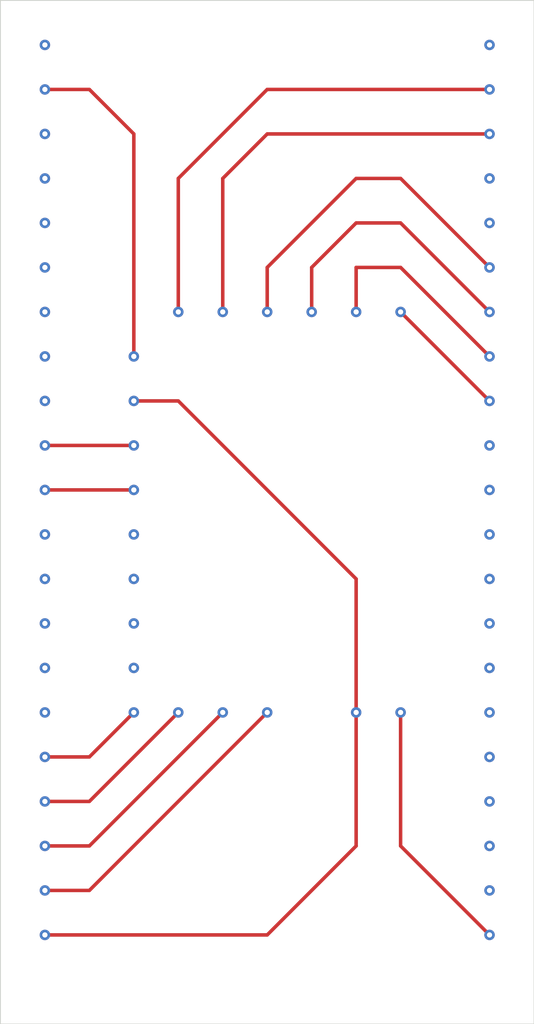
<source format=kicad_pcb>
(kicad_pcb
	(version 20240108)
	(generator "pcbnew")
	(generator_version "8.0")
	(general
		(thickness 1.6)
		(legacy_teardrops no)
	)
	(paper "A4")
	(layers
		(0 "F.Cu" signal)
		(31 "B.Cu" signal)
		(32 "B.Adhes" user "B.Adhesive")
		(33 "F.Adhes" user "F.Adhesive")
		(34 "B.Paste" user)
		(35 "F.Paste" user)
		(36 "B.SilkS" user "B.Silkscreen")
		(37 "F.SilkS" user "F.Silkscreen")
		(38 "B.Mask" user)
		(39 "F.Mask" user)
		(40 "Dwgs.User" user "User.Drawings")
		(41 "Cmts.User" user "User.Comments")
		(42 "Eco1.User" user "User.Eco1")
		(43 "Eco2.User" user "User.Eco2")
		(44 "Edge.Cuts" user)
		(45 "Margin" user)
		(46 "B.CrtYd" user "B.Courtyard")
		(47 "F.CrtYd" user "F.Courtyard")
		(48 "B.Fab" user)
		(49 "F.Fab" user)
		(50 "User.1" user)
		(51 "User.2" user)
		(52 "User.3" user)
		(53 "User.4" user)
		(54 "User.5" user)
		(55 "User.6" user)
		(56 "User.7" user)
		(57 "User.8" user)
		(58 "User.9" user)
	)
	(setup
		(pad_to_mask_clearance 0)
		(allow_soldermask_bridges_in_footprints no)
		(pcbplotparams
			(layerselection 0x00010fc_ffffffff)
			(plot_on_all_layers_selection 0x0000000_00000000)
			(disableapertmacros no)
			(usegerberextensions no)
			(usegerberattributes yes)
			(usegerberadvancedattributes yes)
			(creategerberjobfile yes)
			(dashed_line_dash_ratio 12.000000)
			(dashed_line_gap_ratio 3.000000)
			(svgprecision 4)
			(plotframeref no)
			(viasonmask no)
			(mode 1)
			(useauxorigin no)
			(hpglpennumber 1)
			(hpglpenspeed 20)
			(hpglpendiameter 15.000000)
			(pdf_front_fp_property_popups yes)
			(pdf_back_fp_property_popups yes)
			(dxfpolygonmode yes)
			(dxfimperialunits yes)
			(dxfusepcbnewfont yes)
			(psnegative no)
			(psa4output no)
			(plotreference yes)
			(plotvalue yes)
			(plotfptext yes)
			(plotinvisibletext no)
			(sketchpadsonfab no)
			(subtractmaskfromsilk no)
			(outputformat 1)
			(mirror no)
			(drillshape 1)
			(scaleselection 1)
			(outputdirectory "")
		)
	)
	(net 0 "")
	(gr_line
		(start 101.6 53.34)
		(end 101.6 111.76)
		(stroke
			(width 0.05)
			(type default)
		)
		(layer "Edge.Cuts")
		(uuid "17d10420-e016-4dd3-94ae-e317550ebd26")
	)
	(gr_line
		(start 132.08 53.34)
		(end 101.6 53.34)
		(stroke
			(width 0.05)
			(type default)
		)
		(layer "Edge.Cuts")
		(uuid "793903e7-c333-4a61-9baa-717abdaaad3e")
	)
	(gr_line
		(start 132.08 111.76)
		(end 132.08 53.34)
		(stroke
			(width 0.05)
			(type default)
		)
		(layer "Edge.Cuts")
		(uuid "b7f75eb2-685c-41d6-86e4-bb3b29f4a888")
	)
	(gr_line
		(start 101.6 111.76)
		(end 132.08 111.76)
		(stroke
			(width 0.05)
			(type default)
		)
		(layer "Edge.Cuts")
		(uuid "ec43ef59-df3f-4c1e-94a9-224c26b157cd")
	)
	(gr_text "10"
		(at 104.14 99.06 0)
		(layer "F.Paste")
		(uuid "0cdc9610-35f4-4e38-b1eb-87bd43718d1e")
		(effects
			(font
				(size 1 1)
				(thickness 0.15)
			)
			(justify left bottom)
		)
	)
	(gr_text "4"
		(at 104.14 63.5 0)
		(layer "F.Paste")
		(uuid "145466b0-1d60-4dad-a897-155285aec72c")
		(effects
			(font
				(size 1 1)
				(thickness 0.15)
			)
			(justify left bottom)
		)
	)
	(gr_text "int"
		(at 109.22 91.44 0)
		(layer "F.Paste")
		(uuid "14d7de4d-da33-41f6-8197-a64a178988dd")
		(effects
			(font
				(size 1 1)
				(thickness 0.15)
			)
			(justify left bottom)
		)
	)
	(gr_text "39"
		(at 127 76.2 0)
		(layer "F.Paste")
		(uuid "14fbdcfb-a2ea-4e23-96cf-3e49bc6cda87")
		(effects
			(font
				(size 1 1)
				(thickness 0.15)
			)
			(justify left bottom)
		)
	)
	(gr_text "1"
		(at 127 58.42 0)
		(layer "F.Paste")
		(uuid "1518f541-e533-4558-b728-e70aabe3ed96")
		(effects
			(font
				(size 1 1)
				(thickness 0.15)
			)
			(justify left bottom)
		)
	)
	(gr_text "18"
		(at 104.14 81.28 0)
		(layer "F.Paste")
		(uuid "15df92ad-9b96-4410-acae-84967b2121d2")
		(effects
			(font
				(size 1 1)
				(thickness 0.15)
			)
			(justify left bottom)
		)
	)
	(gr_text "scl"
		(at 109.22 78.74 0)
		(layer "F.Paste")
		(uuid "164864c4-7921-4bf7-80fc-01c1b49f7008")
		(effects
			(font
				(size 1 1)
				(thickness 0.15)
			)
			(justify left bottom)
		)
	)
	(gr_text "add"
		(at 109.22 88.9 0)
		(layer "F.Paste")
		(uuid "16fe3015-d05b-43bd-b3aa-873410d14bed")
		(effects
			(font
				(size 1 1)
				(thickness 0.15)
			)
			(justify left bottom)
		)
	)
	(gr_text "16"
		(at 104.14 76.2 0)
		(layer "F.Paste")
		(uuid "238d66f5-46a3-421f-9100-476339f3a2db")
		(effects
			(font
				(size 1 1)
				(thickness 0.15)
			)
			(justify left bottom)
		)
	)
	(gr_text "3v3"
		(at 104.14 58.42 0)
		(layer "F.Paste")
		(uuid "26e8b91e-d774-4e19-b417-29616cf2abe9")
		(effects
			(font
				(size 1 1)
				(thickness 0.15)
			)
			(justify left bottom)
		)
	)
	(gr_text "5"
		(at 104.14 66.04 0)
		(layer "F.Paste")
		(uuid "3baa817b-d446-41b7-b1a0-a3c7b16bd8d5")
		(effects
			(font
				(size 1 1)
				(thickness 0.15)
			)
			(justify left bottom)
		)
	)
	(gr_text "35"
		(at 127 86.36 0)
		(layer "F.Paste")
		(uuid "3e337048-ab05-4c1b-a16a-6abb3eac938d")
		(effects
			(font
				(size 1 1)
				(thickness 0.15)
			)
			(justify left bottom)
		)
	)
	(gr_text "20"
		(at 104.14 88.9 0)
		(layer "F.Paste")
		(uuid "4f701cc4-07e4-4de9-b2b6-63ae7b25b539")
		(effects
			(font
				(size 1 1)
				(thickness 0.15)
			)
			(justify left bottom)
		)
	)
	(gr_text "8"
		(at 104.14 83.82 0)
		(layer "F.Paste")
		(uuid "57ea029d-29b4-4c97-bba9-6b583c7a0531")
		(effects
			(font
				(size 1 1)
				(thickness 0.15)
			)
			(justify left bottom)
		)
	)
	(gr_text "48"
		(at 127 93.98 0)
		(layer "F.Paste")
		(uuid "644ecf51-e7ca-44b8-9ed7-c89634e2f76d")
		(effects
			(font
				(size 1 1)
				(thickness 0.15)
			)
			(justify left bottom)
		)
	)
	(gr_text "0"
		(at 127 88.9 0)
		(layer "F.Paste")
		(uuid "659870b9-6051-4beb-a103-8dec8a7b0fc7")
		(effects
			(font
				(size 1 1)
				(thickness 0.15)
			)
			(justify left bottom)
		)
	)
	(gr_text "45"
		(at 127 91.44 0)
		(layer "F.Paste")
		(uuid "74995ce0-3bf6-471b-b76f-567719273a0e")
		(effects
			(font
				(size 1 1)
				(thickness 0.15)
			)
			(justify left bottom)
		)
	)
	(gr_text "38"
		(at 127 78.74 0)
		(layer "F.Paste")
		(uuid "74db38cf-60b6-4a90-9ea9-5a824211a28d")
		(effects
			(font
				(size 1 1)
				(thickness 0.15)
			)
			(justify left bottom)
		)
	)
	(gr_text "6"
		(at 104.14 68.58 0)
		(layer "F.Paste")
		(uuid "7550c522-b2a3-4012-ae38-b881f2a8640e")
		(effects
			(font
				(size 1 1)
				(thickness 0.15)
			)
			(justify left bottom)
		)
	)
	(gr_text "gnd"
		(at 127 55.88 0)
		(layer "F.Paste")
		(uuid "768963ed-c349-4287-8158-5a81357f8753")
		(effects
			(font
				(size 1 1)
				(thickness 0.15)
			)
			(justify left bottom)
		)
	)
	(gr_text "41"
		(at 127 71.12 0)
		(layer "F.Paste")
		(uuid "768defb2-d165-4256-bb67-6901c7571016")
		(effects
			(font
				(size 1 1)
				(thickness 0.15)
			)
			(justify left bottom)
		)
	)
	(gr_text "17"
		(at 104.14 78.74 0)
		(layer "F.Paste")
		(uuid "7cf346a2-d2bd-4aad-8346-7e7220cff89f")
		(effects
			(font
				(size 1 1)
				(thickness 0.15)
			)
			(justify left bottom)
		)
	)
	(gr_text "xcl"
		(at 109.22 86.36 0)
		(layer "F.Paste")
		(uuid "7e25dd63-e56f-4e5c-8ae4-0564c266ea8b")
		(effects
			(font
				(size 1 1)
				(thickness 0.15)
			)
			(justify left bottom)
		)
	)
	(gr_text "rst"
		(at 104.14 60.96 0)
		(layer "F.Paste")
		(uuid "7eb69749-0809-4266-a5b1-40157a62e5c1")
		(effects
			(font
				(size 1 1)
				(thickness 0.15)
			)
			(justify left bottom)
		)
	)
	(gr_text "xda"
		(at 109.22 83.82 0)
		(layer "F.Paste")
		(uuid "7f6ba255-b97d-43e5-ab8d-e143f044335f")
		(effects
			(font
				(size 1 1)
				(thickness 0.15)
			)
			(justify left bottom)
		)
	)
	(gr_text "rx"
		(at 127 66.04 0)
		(layer "F.Paste")
		(uuid "8417d13e-6e0d-4245-8c43-cde5f2ac0506")
		(effects
			(font
				(size 1 1)
				(thickness 0.15)
			)
			(justify left bottom)
		)
	)
	(gr_text "7"
		(at 104.14 71.12 0)
		(layer "F.Paste")
		(uuid "847db8ac-0530-4059-a998-3f4d3e7d4626")
		(effects
			(font
				(size 1 1)
				(thickness 0.15)
			)
			(justify left bottom)
		)
	)
	(gr_text "vcc"
		(at 109.22 73.66 0)
		(layer "F.Paste")
		(uuid "866f67f3-74c8-42da-ba9a-d95508c7f9b9")
		(effects
			(font
				(size 1 1)
				(thickness 0.15)
			)
			(justify left bottom)
		)
	)
	(gr_text "3"
		(at 104.14 91.44 0)
		(layer "F.Paste")
		(uuid "894c41c5-6ae8-4128-a5f2-a03634f6ad91")
		(effects
			(font
				(size 1 1)
				(thickness 0.15)
			)
			(justify left bottom)
		)
	)
	(gr_text "46"
		(at 104.14 93.98 0)
		(layer "F.Paste")
		(uuid "94c65a6d-7287-4968-baf6-86cf0c0454cd")
		(effects
			(font
				(size 1 1)
				(thickness 0.15)
			)
			(justify left bottom)
		)
	)
	(gr_text "13"
		(at 127 104.14 0)
		(layer "F.Paste")
		(uuid "959f2c7e-cff4-4646-835d-cf4bd92f84a4")
		(effects
			(font
				(size 1 1)
				(thickness 0.15)
			)
			(justify left bottom)
		)
	)
	(gr_text "42"
		(at 127 68.58 0)
		(layer "F.Paste")
		(uuid "9e921364-9b06-4711-90eb-38be02b0da78")
		(effects
			(font
				(size 1 1)
				(thickness 0.15)
			)
			(justify left bottom)
		)
	)
	(gr_text "9"
		(at 104.14 96.52 0)
		(layer "F.Paste")
		(uuid "a724f710-19b6-4e06-ada6-0b41de56d813")
		(effects
			(font
				(size 1 1)
				(thickness 0.15)
			)
			(justify left bottom)
		)
	)
	(gr_text "15"
		(at 104.14 73.66 0)
		(layer "F.Paste")
		(uuid "aaa46947-fed4-42ab-aae3-06b14875f31d")
		(effects
			(font
				(size 1 1)
				(thickness 0.15)
			)
			(justify left bottom)
		)
	)
	(gr_text "36"
		(at 127 83.82 0)
		(layer "F.Paste")
		(uuid "afdfb73a-0634-4932-af32-b491b9ff7036")
		(effects
			(font
				(size 1 1)
				(thickness 0.15)
			)
			(justify left bottom)
		)
	)
	(gr_text "37"
		(at 127 81.28 0)
		(layer "F.Paste")
		(uuid "b17d2886-82b1-44a7-b34c-935ec67a407d")
		(effects
			(font
				(size 1 1)
				(thickness 0.15)
			)
			(justify left bottom)
		)
	)
	(gr_text "gnd"
		(at 104.14 106.68 0)
		(layer "F.Paste")
		(uuid "b657501b-6ad0-49c3-a8c1-a0962f673642")
		(effects
			(font
				(size 1 1)
				(thickness 0.15)
			)
			(justify left bottom)
		)
	)
	(gr_text "40"
		(at 127 73.66 0)
		(layer "F.Paste")
		(uuid "c2692a2f-b73a-4793-a8b7-e5d597f54250")
		(effects
			(font
				(size 1 1)
				(thickness 0.15)
			)
			(justify left bottom)
		)
	)
	(gr_text "2"
		(at 127 60.96 0)
		(layer "F.Paste")
		(uuid "d137a14d-e9c4-45be-bec5-0209c6d15760")
		(effects
			(font
				(size 1 1)
				(thickness 0.15)
			)
			(justify left bottom)
		)
	)
	(gr_text "5v"
		(at 127 106.68 0)
		(layer "F.Paste")
		(uuid "d205890e-bb7b-4a37-a7c7-9d9a8ad26c55")
		(effects
			(font
				(size 1 1)
				(thickness 0.15)
			)
			(justify left bottom)
		)
	)
	(gr_text "19"
		(at 104.14 86.36 0)
		(layer "F.Paste")
		(uuid "d68cba79-0a5c-4c67-873c-dc26e0bc7cf8")
		(effects
			(font
				(size 1 1)
				(thickness 0.15)
			)
			(justify left bottom)
		)
	)
	(gr_text "tx"
		(at 127 63.5 0)
		(layer "F.Paste")
		(uuid "d8cf77fa-0548-42ce-91da-98196540993c")
		(effects
			(font
				(size 1 1)
				(thickness 0.15)
			)
			(justify left bottom)
		)
	)
	(gr_text "14"
		(at 127 101.6 0)
		(layer "F.Paste")
		(uuid "dd221775-9d09-44d4-8754-f3e493a29f4b")
		(effects
			(font
				(size 1 1)
				(thickness 0.15)
			)
			(justify left bottom)
		)
	)
	(gr_text "sda"
		(at 109.22 81.28 0)
		(layer "F.Paste")
		(uuid "e4261a8e-56bb-4db9-9fc6-60588d504fda")
		(effects
			(font
				(size 1 1)
				(thickness 0.15)
			)
			(justify left bottom)
		)
	)
	(gr_text "21"
		(at 127 99.06 0)
		(layer "F.Paste")
		(uuid "e72d88ed-c2ec-492e-b9b5-e120de002658")
		(effects
			(font
				(size 1 1)
				(thickness 0.15)
			)
			(justify left bottom)
		)
	)
	(gr_text "12"
		(at 104.14 104.14 0)
		(layer "F.Paste")
		(uuid "e7cd16a1-16fe-4ae5-9e2c-bf2cbefa43d0")
		(effects
			(font
				(size 1 1)
				(thickness 0.15)
			)
			(justify left bottom)
		)
	)
	(gr_text "gnd"
		(at 109.22 76.2 0)
		(layer "F.Paste")
		(uuid "e8d44399-784a-4fe0-98c1-a973f98b9de2")
		(effects
			(font
				(size 1 1)
				(thickness 0.15)
			)
			(justify left bottom)
		)
	)
	(gr_text "11"
		(at 104.14 101.6 0)
		(layer "F.Paste")
		(uuid "f339e1fb-271d-492c-8e25-4f5224ec5b7b")
		(effects
			(font
				(size 1 1)
				(thickness 0.15)
			)
			(justify left bottom)
		)
	)
	(gr_text "47"
		(at 127 96.52 0)
		(layer "F.Paste")
		(uuid "fb2cbcee-68b8-4086-902f-2b414164e077")
		(effects
			(font
				(size 1 1)
				(thickness 0.15)
			)
			(justify left bottom)
		)
	)
	(gr_text "gnd"
		(at 104.14 55.88 0)
		(layer "F.Paste")
		(uuid "fcdcd566-d2e5-4e11-ab49-2242e1b24a2c")
		(effects
			(font
				(size 1 1)
				(thickness 0.15)
			)
			(justify left bottom)
		)
	)
	(segment
		(start 121.92 93.98)
		(end 121.92 86.36)
		(width 0.2)
		(layer "F.Cu")
		(net 0)
		(uuid "06c78a97-605a-49a3-bef3-3b978da9d749")
	)
	(segment
		(start 119.38 68.58)
		(end 121.92 66.04)
		(width 0.2)
		(layer "F.Cu")
		(net 0)
		(uuid "0b94e210-ce6a-45a4-8b3a-411949d1915e")
	)
	(segment
		(start 114.3 63.5)
		(end 116.84 60.96)
		(width 0.2)
		(layer "F.Cu")
		(net 0)
		(uuid "135b9adf-76d7-4a60-a365-0def41ea3509")
	)
	(segment
		(start 124.46 68.58)
		(end 129.54 73.66)
		(width 0.2)
		(layer "F.Cu")
		(net 0)
		(uuid "14618e28-5e02-4e75-9bb5-61cf75998338")
	)
	(segment
		(start 104.14 81.28)
		(end 109.22 81.28)
		(width 0.2)
		(layer "F.Cu")
		(net 0)
		(uuid "298af087-0193-4527-9b59-0542855c8fcd")
	)
	(segment
		(start 111.76 93.98)
		(end 106.68 99.06)
		(width 0.2)
		(layer "F.Cu")
		(net 0)
		(uuid "31bc1901-2cdc-4dfa-a1da-8488a2f9afa4")
	)
	(segment
		(start 109.22 73.66)
		(end 109.22 60.96)
		(width 0.2)
		(layer "F.Cu")
		(net 0)
		(uuid "39fb8a1e-1bbf-45d9-8def-c7e3de10cd88")
	)
	(segment
		(start 116.84 68.58)
		(end 121.92 63.5)
		(width 0.2)
		(layer "F.Cu")
		(net 0)
		(uuid "3fc85257-bd83-4735-b5b1-45c4943ba321")
	)
	(segment
		(start 106.68 101.6)
		(end 104.14 101.6)
		(width 0.2)
		(layer "F.Cu")
		(net 0)
		(uuid "4a911b94-9969-4ef4-9c58-13701cea7847")
	)
	(segment
		(start 121.92 68.58)
		(end 124.46 68.58)
		(width 0.2)
		(layer "F.Cu")
		(net 0)
		(uuid "5193262c-2d18-4e82-8db5-b7978ef870c8")
	)
	(segment
		(start 121.92 66.04)
		(end 124.46 66.04)
		(width 0.2)
		(layer "F.Cu")
		(net 0)
		(uuid "51c411d4-9575-4244-9664-b40953ce4d40")
	)
	(segment
		(start 114.3 71.12)
		(end 114.3 63.5)
		(width 0.2)
		(layer "F.Cu")
		(net 0)
		(uuid "582cfd45-6761-43c8-8b7b-a59a0aa6c90c")
	)
	(segment
		(start 116.84 71.12)
		(end 116.84 68.58)
		(width 0.2)
		(layer "F.Cu")
		(net 0)
		(uuid "5a3429e5-0ce7-47a0-9b02-67a7807e235f")
	)
	(segment
		(start 106.68 58.42)
		(end 104.14 58.42)
		(width 0.2)
		(layer "F.Cu")
		(net 0)
		(uuid "61aeefe5-c23b-4a9b-93d9-5ed126548bd0")
	)
	(segment
		(start 121.92 101.6)
		(end 121.92 93.98)
		(width 0.2)
		(layer "F.Cu")
		(net 0)
		(uuid "6532046d-028f-4dd9-8a92-5eb854547bca")
	)
	(segment
		(start 124.46 101.6)
		(end 129.54 106.68)
		(width 0.2)
		(layer "F.Cu")
		(net 0)
		(uuid "65c82462-50c0-443e-9278-19313d8459fc")
	)
	(segment
		(start 109.22 60.96)
		(end 106.68 58.42)
		(width 0.2)
		(layer "F.Cu")
		(net 0)
		(uuid "65e7ed2e-6d5a-42af-8c2f-f4d728e050d0")
	)
	(segment
		(start 124.46 71.12)
		(end 129.54 76.2)
		(width 0.2)
		(layer "F.Cu")
		(net 0)
		(uuid "66e6c8ba-eb6f-4b60-af34-bef02034dc91")
	)
	(segment
		(start 119.38 71.12)
		(end 119.38 68.58)
		(width 0.2)
		(layer "F.Cu")
		(net 0)
		(uuid "6a0faa2b-4d7c-496f-a82b-7dcec0e81d5c")
	)
	(segment
		(start 124.46 93.98)
		(end 124.46 101.6)
		(width 0.2)
		(layer "F.Cu")
		(net 0)
		(uuid "6d263174-41fc-4466-85e3-0ac1e6f524f9")
	)
	(segment
		(start 111.76 71.12)
		(end 111.76 63.5)
		(width 0.2)
		(layer "F.Cu")
		(net 0)
		(uuid "71a9041c-183c-4317-846a-0c06d32063ef")
	)
	(segment
		(start 104.14 106.68)
		(end 116.84 106.68)
		(width 0.2)
		(layer "F.Cu")
		(net 0)
		(uuid "72fae209-eb41-4aa7-ab81-eeb94afde0df")
	)
	(segment
		(start 121.92 63.5)
		(end 124.46 63.5)
		(width 0.2)
		(layer "F.Cu")
		(net 0)
		(uuid "73a5f321-74f4-48b6-b600-ad4753380ecb")
	)
	(segment
		(start 116.84 60.96)
		(end 129.54 60.96)
		(width 0.2)
		(layer "F.Cu")
		(net 0)
		(uuid "744209df-7e61-4ec4-a23c-0a338992f0e4")
	)
	(segment
		(start 106.68 96.52)
		(end 104.14 96.52)
		(width 0.2)
		(layer "F.Cu")
		(net 0)
		(uuid "74b0fe4d-8fc3-4bab-a23c-3449595c8e8e")
	)
	(segment
		(start 111.76 76.2)
		(end 109.22 76.2)
		(width 0.2)
		(layer "F.Cu")
		(net 0)
		(uuid "761cb250-eb0f-44eb-8004-4237fa232cf1")
	)
	(segment
		(start 121.92 86.36)
		(end 111.76 76.2)
		(width 0.2)
		(layer "F.Cu")
		(net 0)
		(uuid "7e53eadb-e9d1-40ab-95c4-75389ad7faed")
	)
	(segment
		(start 109.22 93.98)
		(end 106.68 96.52)
		(width 0.2)
		(layer "F.Cu")
		(net 0)
		(uuid "83145011-2e35-4643-b301-65605e6b264c")
	)
	(segment
		(start 116.84 58.42)
		(end 129.54 58.42)
		(width 0.2)
		(layer "F.Cu")
		(net 0)
		(uuid "8acbf392-f72d-4e91-8c9b-97e813eccb0e")
	)
	(segment
		(start 111.76 63.5)
		(end 116.84 58.42)
		(width 0.2)
		(layer "F.Cu")
		(net 0)
		(uuid "bda3503d-b62f-4e71-9363-f57c450236f1")
	)
	(segment
		(start 124.46 66.04)
		(end 129.54 71.12)
		(width 0.2)
		(layer "F.Cu")
		(net 0)
		(uuid "cf701fe6-2925-4cc0-b651-b77f90bfd1e8")
	)
	(segment
		(start 116.84 93.98)
		(end 106.68 104.14)
		(width 0.2)
		(layer "F.Cu")
		(net 0)
		(uuid "d0c96205-2b4c-47c6-b35a-f127384c19cb")
	)
	(segment
		(start 109.22 78.74)
		(end 104.14 78.74)
		(width 0.2)
		(layer "F.Cu")
		(net 0)
		(uuid "d4f0b616-a758-4a53-aaf0-0bd36cceb2d9")
	)
	(segment
		(start 121.92 71.12)
		(end 121.92 68.58)
		(width 0.2)
		(layer "F.Cu")
		(net 0)
		(uuid "d6e75813-02a0-4e40-897e-1ac13766e106")
	)
	(segment
		(start 106.68 99.06)
		(end 104.14 99.06)
		(width 0.2)
		(layer "F.Cu")
		(net 0)
		(uuid "dd6f8a09-36b2-4135-b9af-7fa5ef0697de")
	)
	(segment
		(start 116.84 106.68)
		(end 121.92 101.6)
		(width 0.2)
		(layer "F.Cu")
		(net 0)
		(uuid "e1539f81-3f22-42e0-92f1-7244cdc5ecbb")
	)
	(segment
		(start 124.46 63.5)
		(end 129.54 68.58)
		(width 0.2)
		(layer "F.Cu")
		(net 0)
		(uuid "e5817cb4-e6cd-4154-8ff1-f8ed54a44524")
	)
	(segment
		(start 114.3 93.98)
		(end 106.68 101.6)
		(width 0.2)
		(layer "F.Cu")
		(net 0)
		(uuid "e64707bd-c0ff-4cf8-80e3-8d5d5448c35a")
	)
	(segment
		(start 106.68 104.14)
		(end 104.14 104.14)
		(width 0.2)
		(layer "F.Cu")
		(net 0)
		(uuid "e82b5392-ede8-4c09-a4eb-03a92edb7cc0")
	)
	(via
		(at 104.14 55.88)
		(size 0.6)
		(drill 0.3)
		(layers "F.Cu" "B.Cu")
		(net 0)
		(uuid "0a9d618c-7875-4cab-b12c-d0b8cc866eef")
	)
	(via
		(at 124.46 93.98)
		(size 0.6)
		(drill 0.3)
		(layers "F.Cu" "B.Cu")
		(net 0)
		(uuid "15db83b7-483c-4b09-9fb8-55e9717c03e8")
	)
	(via
		(at 121.92 71.12)
		(size 0.6)
		(drill 0.3)
		(layers "F.Cu" "B.Cu")
		(net 0)
		(uuid "17412159-09c3-4dce-9ce1-747d31eff11b")
	)
	(via
		(at 104.14 96.52)
		(size 0.6)
		(drill 0.3)
		(layers "F.Cu" "B.Cu")
		(net 0)
		(uuid "19111713-8300-4cca-9b92-f9521952c58e")
	)
	(via
		(at 129.54 96.52)
		(size 0.6)
		(drill 0.3)
		(layers "F.Cu" "B.Cu")
		(net 0)
		(uuid "1df4571c-ea53-43fc-9b60-aaa19609ca58")
	)
	(via
		(at 109.22 83.82)
		(size 0.6)
		(drill 0.3)
		(layers "F.Cu" "B.Cu")
		(net 0)
		(uuid "2657d641-6951-471a-a3e7-2a7fc87d3d7d")
	)
	(via
		(at 104.14 83.82)
		(size 0.6)
		(drill 0.3)
		(layers "F.Cu" "B.Cu")
		(net 0)
		(uuid "2c02b527-45eb-482b-9e03-78ae803fac7f")
	)
	(via
		(at 129.54 60.96)
		(size 0.6)
		(drill 0.3)
		(layers "F.Cu" "B.Cu")
		(net 0)
		(uuid "2d15ed97-bb0e-4000-ac16-d4f6eb3f6283")
	)
	(via
		(at 109.22 91.44)
		(size 0.6)
		(drill 0.3)
		(layers "F.Cu" "B.Cu")
		(net 0)
		(uuid "3285f074-df1c-42c9-8f73-dd24b7e979cb")
	)
	(via
		(at 124.46 71.12)
		(size 0.6)
		(drill 0.3)
		(layers "F.Cu" "B.Cu")
		(net 0)
		(uuid "32a38dc4-874b-4aad-9af7-191d7cb3841e")
	)
	(via
		(at 104.14 101.6)
		(size 0.6)
		(drill 0.3)
		(layers "F.Cu" "B.Cu")
		(net 0)
		(uuid "3860932a-2a4f-476a-8851-1b26eb1282ac")
	)
	(via
		(at 129.54 63.5)
		(size 0.6)
		(drill 0.3)
		(layers "F.Cu" "B.Cu")
		(net 0)
		(uuid "387582c9-bd30-43fd-aaf4-597cf9ddd18d")
	)
	(via
		(at 129.54 71.12)
		(size 0.6)
		(drill 0.3)
		(layers "F.Cu" "B.Cu")
		(net 0)
		(uuid "3b6e7c69-bd04-4ece-8b92-568b6fe0a4ed")
	)
	(via
		(at 104.14 60.96)
		(size 0.6)
		(drill 0.3)
		(layers "F.Cu" "B.Cu")
		(net 0)
		(uuid "3c9e71f8-7b59-42d1-bf76-92c00d0396f3")
	)
	(via
		(at 104.14 78.74)
		(size 0.6)
		(drill 0.3)
		(layers "F.Cu" "B.Cu")
		(net 0)
		(uuid "3cb20a91-1374-4b05-8893-e41aad83065a")
	)
	(via
		(at 111.76 71.12)
		(size 0.6)
		(drill 0.3)
		(layers "F.Cu" "B.Cu")
		(net 0)
		(uuid "3d106b4f-2324-4eba-825f-9a1a744bca02")
	)
	(via
		(at 129.54 88.9)
		(size 0.6)
		(drill 0.3)
		(layers "F.Cu" "B.Cu")
		(net 0)
		(uuid "3d718bbe-950d-4725-abf5-af853a3d505c")
	)
	(via
		(at 109.22 76.2)
		(size 0.6)
		(drill 0.3)
		(layers "F.Cu" "B.Cu")
		(net 0)
		(uuid "419912c3-590d-4d5f-b830-448dfaeec723")
	)
	(via
		(at 104.14 66.04)
		(size 0.6)
		(drill 0.3)
		(layers "F.Cu" "B.Cu")
		(net 0)
		(uuid "4af04519-ab22-4bd2-8f04-aae88cb81d56")
	)
	(via
		(at 114.3 93.98)
		(size 0.6)
		(drill 0.3)
		(layers "F.Cu" "B.Cu")
		(net 0)
		(uuid "5d9cf031-9721-4554-a637-6fc248837003")
	)
	(via
		(at 104.14 68.58)
		(size 0.6)
		(drill 0.3)
		(layers "F.Cu" "B.Cu")
		(net 0)
		(uuid "5ee09e96-ffd5-4297-ae98-b2fee74af141")
	)
	(via
		(at 129.54 83.82)
		(size 0.6)
		(drill 0.3)
		(layers "F.Cu" "B.Cu")
		(net 0)
		(uuid "5f903c92-1212-4002-811c-511f5370dc95")
	)
	(via
		(at 116.84 93.98)
		(size 0.6)
		(drill 0.3)
		(layers "F.Cu" "B.Cu")
		(net 0)
		(uuid "6374c294-fb78-4fb1-9c8b-591083610ec6")
	)
	(via
		(at 129.54 81.28)
		(size 0.6)
		(drill 0.3)
		(layers "F.Cu" "B.Cu")
		(net 0)
		(uuid "65aa8de0-b436-4a7c-83c8-1069b1a35a9e")
	)
	(via
		(at 111.76 93.98)
		(size 0.6)
		(drill 0.3)
		(layers "F.Cu" "B.Cu")
		(net 0)
		(uuid "692cfa74-46be-40e1-9758-709bab73def5")
	)
	(via
		(at 129.54 68.58)
		(size 0.6)
		(drill 0.3)
		(layers "F.Cu" "B.Cu")
		(net 0)
		(uuid "6da611e0-43eb-46bf-8a79-0f00485062f3")
	)
	(via
		(at 104.14 91.44)
		(size 0.6)
		(drill 0.3)
		(layers "F.Cu" "B.Cu")
		(net 0)
		(uuid "765fa528-d232-4856-9cea-e2d471516437")
	)
	(via
		(at 129.54 76.2)
		(size 0.6)
		(drill 0.3)
		(layers "F.Cu" "B.Cu")
		(net 0)
		(uuid "770246c7-aa71-4406-bf0f-7d14104497f2")
	)
	(via
		(at 104.14 86.36)
		(size 0.6)
		(drill 0.3)
		(layers "F.Cu" "B.Cu")
		(net 0)
		(uuid "7b1b6ad2-e9f7-4261-85d6-cd57a5b6c5d6")
	)
	(via
		(at 109.22 78.74)
		(size 0.6)
		(drill 0.3)
		(layers "F.Cu" "B.Cu")
		(net 0)
		(uuid "8afcf8b6-b702-4a7e-a4b3-55656843c067")
	)
	(via
		(at 129.54 93.98)
		(size 0.6)
		(drill 0.3)
		(layers "F.Cu" "B.Cu")
		(net 0)
		(uuid "8d9931fc-d47b-4b79-86e7-80917ef2c8b0")
	)
	(via
		(at 104.14 76.2)
		(size 0.6)
		(drill 0.3)
		(layers "F.Cu" "B.Cu")
		(net 0)
		(uuid "90764e8e-b070-4b39-9973-73f532983bfc")
	)
	(via
		(at 104.14 63.5)
		(size 0.6)
		(drill 0.3)
		(layers "F.Cu" "B.Cu")
		(net 0)
		(uuid "978789de-ae1e-4d6c-9261-eed9c91544dc")
	)
	(via
		(at 129.54 101.6)
		(size 0.6)
		(drill 0.3)
		(layers "F.Cu" "B.Cu")
		(net 0)
		(uuid "9972903f-88ca-4ed1-aa31-13f950265e85")
	)
	(via
		(at 109.22 88.9)
		(size 0.6)
		(drill 0.3)
		(layers "F.Cu" "B.Cu")
		(net 0)
		(uuid "9acba415-76cd-497e-8230-d9c32f6185cf")
	)
	(via
		(at 104.14 88.9)
		(size 0.6)
		(drill 0.3)
		(layers "F.Cu" "B.Cu")
		(net 0)
		(uuid "9c159d3f-342a-45c6-8e5d-a6de338cc098")
	)
	(via
		(at 109.22 73.66)
		(size 0.6)
		(drill 0.3)
		(layers "F.Cu" "B.Cu")
		(net 0)
		(uuid "9e96dc7e-fdd5-44a6-ade6-3d6e18fa1200")
	)
	(via
		(at 129.54 91.44)
		(size 0.6)
		(drill 0.3)
		(layers "F.Cu" "B.Cu")
		(net 0)
		(uuid "a03c0220-5e36-4239-b6e4-3cc49a6cd9a8")
	)
	(via
		(at 129.54 86.36)
		(size 0.6)
		(drill 0.3)
		(layers "F.Cu" "B.Cu")
		(net 0)
		(uuid "a75cf047-d772-4b2d-9090-4675df15bed1")
	)
	(via
		(at 104.14 73.66)
		(size 0.6)
		(drill 0.3)
		(layers "F.Cu" "B.Cu")
		(net 0)
		(uuid "aa1bd310-695a-4660-b5e2-a1049116f771")
	)
	(via
		(at 109.22 86.36)
		(size 0.6)
		(drill 0.3)
		(layers "F.Cu" "B.Cu")
		(net 0)
		(uuid "b256afea-1c0f-4219-ba3d-b382d79227c9")
	)
	(via
		(at 104.14 81.28)
		(size 0.6)
		(drill 0.3)
		(layers "F.Cu" "B.Cu")
		(net 0)
		(uuid "b4d21ef5-db13-4122-bcf5-3a849eedd658")
	)
	(via
		(at 129.54 55.88)
		(size 0.6)
		(drill 0.3)
		(layers "F.Cu" "B.Cu")
		(net 0)
		(uuid "b9cf674d-a25d-4d10-ab97-ee98e8080a88")
	)
	(via
		(at 104.14 71.12)
		(size 0.6)
		(drill 0.3)
		(layers "F.Cu" "B.Cu")
		(net 0)
		(uuid "bb529d5e-54b0-4fe4-be89-b76b4f644acd")
	)
	(via
		(at 121.92 93.98)
		(size 0.6)
		(drill 0.3)
		(layers "F.Cu" "B.Cu")
		(net 0)
		(uuid "beabfe1e-806b-46c3-adcb-a7ef9173ef93")
	)
	(via
		(at 129.54 78.74)
		(size 0.6)
		(drill 0.3)
		(layers "F.Cu" "B.Cu")
		(net 0)
		(uuid "c3a0ad88-6644-44a9-998d-d5ee96e869f1")
	)
	(via
		(at 104.14 104.14)
		(size 0.6)
		(drill 0.3)
		(layers "F.Cu" "B.Cu")
		(net 0)
		(uuid "c949b7b0-6fdf-4dd6-941f-09c1f696ce8f")
	)
	(via
		(at 129.54 73.66)
		(size 0.6)
		(drill 0.3)
		(layers "F.Cu" "B.Cu")
		(net 0)
		(uuid "c958f9fd-4ca2-47a4-ad87-47b633e41f3f")
	)
	(via
		(at 129.54 58.42)
		(size 0.6)
		(drill 0.3)
		(layers "F.Cu" "B.Cu")
		(net 0)
		(uuid "cbb8c520-dd08-4444-bd2a-8dd86ab4ad1b")
	)
	(via
		(at 119.38 71.12)
		(size 0.6)
		(drill 0.3)
		(layers "F.Cu" "B.Cu")
		(net 0)
		(uuid "dd67283a-db9e-46a9-b326-8debd5c2a35a")
	)
	(via
		(at 104.14 106.68)
		(size 0.6)
		(drill 0.3)
		(layers "F.Cu" "B.Cu")
		(net 0)
		(uuid "df63b553-5d85-4dba-929c-1c8a66087052")
	)
	(via
		(at 129.54 106.68)
		(size 0.6)
		(drill 0.3)
		(layers "F.Cu" "B.Cu")
		(net 0)
		(uuid "dfc80e69-e28e-49a4-9213-eec93749575a")
	)
	(via
		(at 109.22 81.28)
		(size 0.6)
		(drill 0.3)
		(layers "F.Cu" "B.Cu")
		(net 0)
		(uuid "e30ed115-5a62-45d3-9247-94fc94f69f85")
	)
	(via
		(at 114.3 71.12)
		(size 0.6)
		(drill 0.3)
		(layers "F.Cu" "B.Cu")
		(net 0)
		(uuid "e848f17d-f3e8-4f8c-8481-7b82fc2bad44")
	)
	(via
		(at 104.14 58.42)
		(size 0.6)
		(drill 0.3)
		(layers "F.Cu" "B.Cu")
		(net 0)
		(uuid "e87c0d78-3d9c-4e32-a5c5-b20399e6a29c")
	)
	(via
		(at 129.54 66.04)
		(size 0.6)
		(drill 0.3)
		(layers "F.Cu" "B.Cu")
		(net 0)
		(uuid "eaae2b6d-0c43-4c19-856f-754b760c979a")
	)
	(via
		(at 129.54 99.06)
		(size 0.6)
		(drill 0.3)
		(layers "F.Cu" "B.Cu")
		(net 0)
		(uuid "f6bd5249-303b-4881-bad1-14616ad52b15")
	)
	(via
		(at 104.14 99.06)
		(size 0.6)
		(drill 0.3)
		(layers "F.Cu" "B.Cu")
		(net 0)
		(uuid "fa06d110-6bec-417d-96e9-79a2ca77bb2c")
	)
	(via
		(at 116.84 71.12)
		(size 0.6)
		(drill 0.3)
		(layers "F.Cu" "B.Cu")
		(net 0)
		(uuid "fca0468e-8913-4794-84f3-668c30adabd6")
	)
	(via
		(at 129.54 104.14)
		(size 0.6)
		(drill 0.3)
		(layers "F.Cu" "B.Cu")
		(net 0)
		(uuid "ff0e1ab1-bff9-4199-bddf-daa831925ca8")
	)
	(via
		(at 109.22 93.98)
		(size 0.6)
		(drill 0.3)
		(layers "F.Cu" "B.Cu")
		(net 0)
		(uuid "ff76c373-c480-490f-b481-23b54087a057")
	)
	(via
		(at 104.14 93.98)
		(size 0.6)
		(drill 0.3)
		(layers "F.Cu" "B.Cu")
		(net 0)
		(uuid "ffc45720-d037-4bc6-a6a5-102966fe937a")
	)
)

</source>
